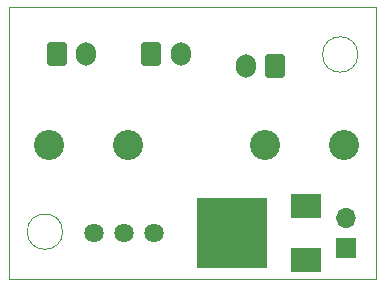
<source format=gts>
G04 #@! TF.GenerationSoftware,KiCad,Pcbnew,(6.0.0)*
G04 #@! TF.CreationDate,2022-01-28T16:52:25+09:00*
G04 #@! TF.ProjectId,power_module_new_clube_member,706f7765-725f-46d6-9f64-756c655f6e65,rev?*
G04 #@! TF.SameCoordinates,Original*
G04 #@! TF.FileFunction,Soldermask,Top*
G04 #@! TF.FilePolarity,Negative*
%FSLAX46Y46*%
G04 Gerber Fmt 4.6, Leading zero omitted, Abs format (unit mm)*
G04 Created by KiCad (PCBNEW (6.0.0)) date 2022-01-28 16:52:25*
%MOMM*%
%LPD*%
G01*
G04 APERTURE LIST*
G04 Aperture macros list*
%AMRoundRect*
0 Rectangle with rounded corners*
0 $1 Rounding radius*
0 $2 $3 $4 $5 $6 $7 $8 $9 X,Y pos of 4 corners*
0 Add a 4 corners polygon primitive as box body*
4,1,4,$2,$3,$4,$5,$6,$7,$8,$9,$2,$3,0*
0 Add four circle primitives for the rounded corners*
1,1,$1+$1,$2,$3*
1,1,$1+$1,$4,$5*
1,1,$1+$1,$6,$7*
1,1,$1+$1,$8,$9*
0 Add four rect primitives between the rounded corners*
20,1,$1+$1,$2,$3,$4,$5,0*
20,1,$1+$1,$4,$5,$6,$7,0*
20,1,$1+$1,$6,$7,$8,$9,0*
20,1,$1+$1,$8,$9,$2,$3,0*%
G04 Aperture macros list end*
G04 #@! TA.AperFunction,Profile*
%ADD10C,0.050000*%
G04 #@! TD*
%ADD11RoundRect,0.250000X0.600000X0.750000X-0.600000X0.750000X-0.600000X-0.750000X0.600000X-0.750000X0*%
%ADD12O,1.700000X2.000000*%
%ADD13RoundRect,0.250000X-0.600000X-0.750000X0.600000X-0.750000X0.600000X0.750000X-0.600000X0.750000X0*%
%ADD14C,1.635000*%
%ADD15C,2.550000*%
%ADD16R,6.000000X6.000000*%
%ADD17R,2.500000X2.000000*%
%ADD18R,1.700000X1.700000*%
%ADD19O,1.700000X1.700000*%
G04 APERTURE END LIST*
D10*
X96000000Y-68500000D02*
X96000000Y-69500000D01*
X127000000Y-68500000D02*
X96000000Y-68500000D01*
X127000000Y-69500000D02*
X127000000Y-68500000D01*
X96000000Y-69500000D02*
X96000000Y-91500000D01*
X127000000Y-91500000D02*
X127000000Y-69500000D01*
X96000000Y-91500000D02*
X127000000Y-91500000D01*
X125500000Y-72500000D02*
G75*
G03*
X125500000Y-72500000I-1500000J0D01*
G01*
X100500000Y-87500000D02*
G75*
G03*
X100500000Y-87500000I-1500000J0D01*
G01*
D11*
X118500000Y-73500000D03*
D12*
X116000000Y-73500000D03*
X102500000Y-72500000D03*
D13*
X100000000Y-72500000D03*
X108000000Y-72500000D03*
D12*
X110500000Y-72500000D03*
D14*
X108202500Y-87630000D03*
X105662500Y-87630000D03*
X103122500Y-87630000D03*
D15*
X106035000Y-80145000D03*
X99335000Y-80145000D03*
X117650000Y-80145000D03*
X124350000Y-80145000D03*
D16*
X114880000Y-87630000D03*
D17*
X121080000Y-89930000D03*
X121080000Y-85330000D03*
D18*
X124500000Y-88905000D03*
D19*
X124500000Y-86365000D03*
M02*

</source>
